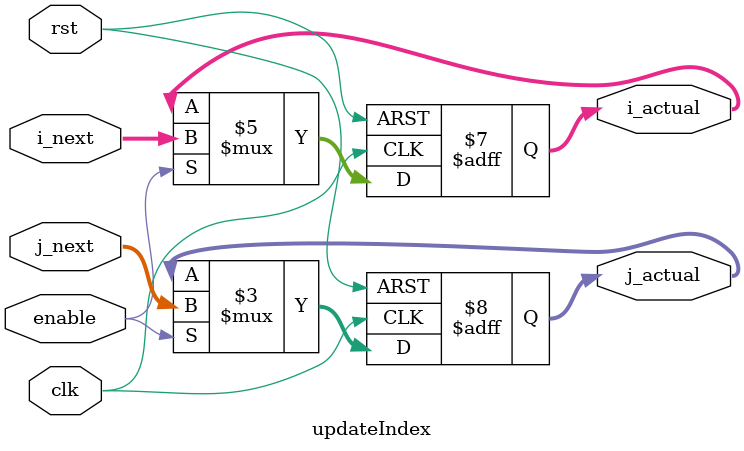
<source format=sv>
module updateIndex(
    input reg [2:0] i_next, j_next,  // Proposed new coordinates
    input logic clk, rst,  // Clock and reset signals
    input logic enable,  // Enable updating indices only during COLOCATION
    output reg [2:0] i_actual, j_actual  // Actual coordinates on the board
);
    always_ff @(negedge clk or negedge rst) begin
        if (!rst) begin
            i_actual <= 0;  // Reset to top-left corner
            j_actual <= 0;
        end else if (enable) begin
            i_actual <= i_next;
            j_actual <= j_next;
        end
    end
endmodule

</source>
